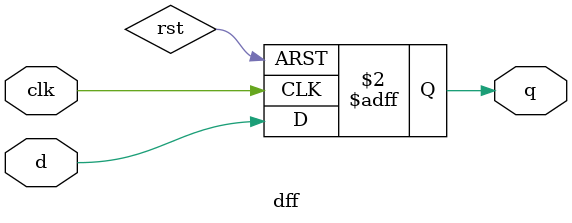
<source format=v>
module top_module (
    input wire clk,
    input wire rst,
    input wire [3:0] a,   // 4-bit input 'a'
    input wire [3:0] b,   // 4-bit input 'b'
    output wire [3:0] y   // 4-bit output 'y'
);

    // Internal wires for gate outputs
    wire and_out, or_out, xor_out, nand_out, nor_out, inv_out, buf_out, mux_out;

    // Submodule instances
    and_gate u_and (.in1(a[0]), .in2(b[0]), .out(and_out));    // AND gate
    or_gate  u_or  (.in1(a[1]), .in2(b[1]), .out(or_out));      // OR gate
    xor_gate u_xor (.in1(a[2]), .in2(b[2]), .out(xor_out));    // XOR gate
    nand_gate u_nand (.in1(a[3]), .in2(b[3]), .out(nand_out));  // NAND gate
    nor_gate  u_nor  (.in1(a[0]), .in2(b[0]), .out(nor_out));   // NOR gate
    inv_gate  u_inv  (.in(a[1]), .out(inv_out));                // NOT gate (Inverter)
    buf_gate  u_buf  (.in(b[1]), .out(buf_out));                // BUFFER gate
    mux2      u_mux  (.a(a[2]), .b(b[2]), .sel(a[0]), .y(mux_out)); // 2-to-1 MUX

    // Flip-Flop (DFF) instance
    dff u_dff (
        .clk(clk),
        .d(a[3]),
        .q(y[0])
    );

    // Assign other outputs
    assign y[1] = or_out;
    assign y[2] = xor_out;
    assign y[3] = mux_out;

endmodule

// Gate-level modules

// AND Gate
module and_gate(input wire in1, in2, output wire out);
    assign out = in1 & in2;
endmodule

// OR Gate
module or_gate(input wire in1, in2, output wire out);
    assign out = in1 | in2;
endmodule

// XOR Gate
module xor_gate(input wire in1, in2, output wire out);
    assign out = in1 ^ in2;
endmodule

// NAND Gate
module nand_gate(input wire in1, in2, output wire out);
    assign out = ~(in1 & in2);
endmodule

// NOR Gate
module nor_gate(input wire in1, in2, output wire out);
    assign out = ~(in1 | in2);
endmodule

// NOT Gate (Inverter)
module inv_gate(input wire in, output wire out);
    assign out = ~in;
endmodule

// BUFFER Gate
module buf_gate(input wire in, output wire out);
    assign out = in;
endmodule

// 2-to-1 MUX
module mux2(input wire a, b, sel, output wire y);
    assign y = sel ? b : a;
endmodule

// D Flip-Flop (DFF)
module dff(input wire clk, d, output reg q);
    always @(posedge clk or posedge rst)
        if (rst) 
            q <= 0;
        else
            q <= d;
endmodule

</source>
